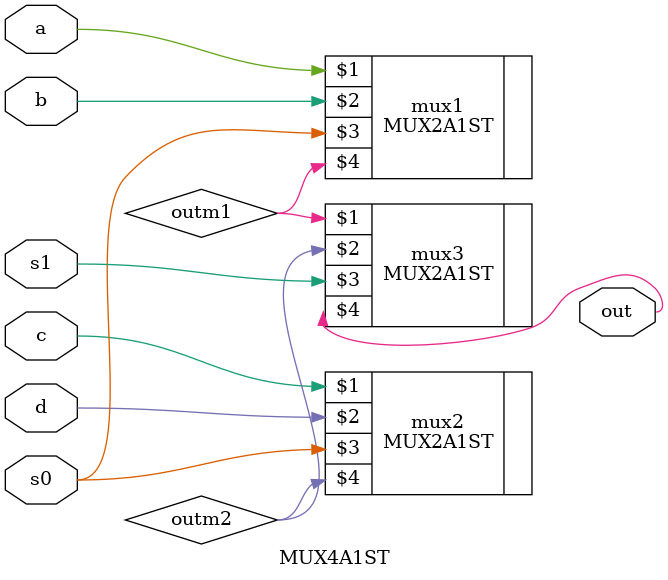
<source format=v>
module MUX4A1ST (a,b,c,d,s0,s1,out);
input a,b,c,d,s0,s1;
output out;
//Alambres
wire outm1,outm2;

//ASIGNACIONES
//Componente
MUX2A1ST	mux1	(a,b,s0,outm1);
MUX2A1ST	mux2	(c,d,s0,outm2);
MUX2A1ST mux3	(outm1,outm2,s1,out);
endmodule

</source>
